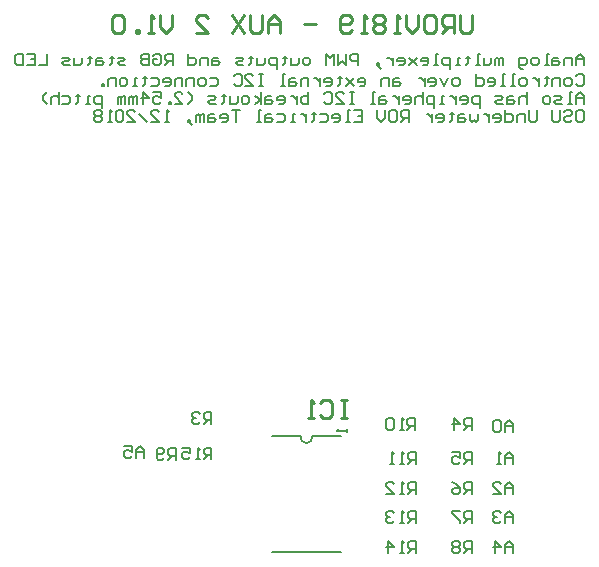
<source format=gbo>
G04 Layer_Color=13813960*
%FSLAX24Y24*%
%MOIN*%
G70*
G01*
G75*
%ADD20C,0.0100*%
%ADD36C,0.0079*%
%ADD37C,0.0059*%
%ADD59C,0.0063*%
D20*
X31773Y33642D02*
X31574D01*
X31674D01*
Y33042D01*
X31773D01*
X31574D01*
X30874Y33542D02*
X30974Y33642D01*
X31174D01*
X31274Y33542D01*
Y33142D01*
X31174Y33042D01*
X30974D01*
X30874Y33142D01*
X30674Y33042D02*
X30474D01*
X30574D01*
Y33642D01*
X30674Y33542D01*
X35925Y46466D02*
Y45966D01*
X35825Y45866D01*
X35625D01*
X35525Y45966D01*
Y46466D01*
X35325Y45866D02*
Y46466D01*
X35025D01*
X34926Y46366D01*
Y46166D01*
X35025Y46066D01*
X35325D01*
X35125D02*
X34926Y45866D01*
X34426Y46466D02*
X34626D01*
X34726Y46366D01*
Y45966D01*
X34626Y45866D01*
X34426D01*
X34326Y45966D01*
Y46366D01*
X34426Y46466D01*
X34126D02*
Y46066D01*
X33926Y45866D01*
X33726Y46066D01*
Y46466D01*
X33526Y45866D02*
X33326D01*
X33426D01*
Y46466D01*
X33526Y46366D01*
X33026D02*
X32926Y46466D01*
X32726D01*
X32626Y46366D01*
Y46266D01*
X32726Y46166D01*
X32626Y46066D01*
Y45966D01*
X32726Y45866D01*
X32926D01*
X33026Y45966D01*
Y46066D01*
X32926Y46166D01*
X33026Y46266D01*
Y46366D01*
X32926Y46166D02*
X32726D01*
X32426Y45866D02*
X32226D01*
X32326D01*
Y46466D01*
X32426Y46366D01*
X31926Y45966D02*
X31827Y45866D01*
X31627D01*
X31527Y45966D01*
Y46366D01*
X31627Y46466D01*
X31827D01*
X31926Y46366D01*
Y46266D01*
X31827Y46166D01*
X31527D01*
X30727D02*
X30327D01*
X29527Y45866D02*
Y46266D01*
X29327Y46466D01*
X29127Y46266D01*
Y45866D01*
Y46166D01*
X29527D01*
X28927Y46466D02*
Y45966D01*
X28827Y45866D01*
X28628D01*
X28528Y45966D01*
Y46466D01*
X28328D02*
X27928Y45866D01*
Y46466D02*
X28328Y45866D01*
X26728D02*
X27128D01*
X26728Y46266D01*
Y46366D01*
X26828Y46466D01*
X27028D01*
X27128Y46366D01*
X25928Y46466D02*
Y46066D01*
X25728Y45866D01*
X25529Y46066D01*
Y46466D01*
X25329Y45866D02*
X25129D01*
X25229D01*
Y46466D01*
X25329Y46366D01*
X24829Y45866D02*
Y45966D01*
X24729D01*
Y45866D01*
X24829D01*
X24329Y46366D02*
X24229Y46466D01*
X24029D01*
X23929Y46366D01*
Y45966D01*
X24029Y45866D01*
X24229D01*
X24329Y45966D01*
Y46366D01*
D36*
X30223Y32424D02*
G03*
X30609Y32412I192J-42D01*
G01*
X29262Y28575D02*
X31565D01*
X29262Y32425D02*
X30227D01*
X30599D02*
X31565D01*
X31763Y32662D02*
Y32557D01*
Y32609D01*
X31449D01*
X31501Y32662D01*
D37*
X27250Y32825D02*
Y33218D01*
X27053D01*
X26988Y33153D01*
Y33022D01*
X27053Y32956D01*
X27250D01*
X27119D02*
X26988Y32825D01*
X26856Y33153D02*
X26791Y33218D01*
X26660D01*
X26594Y33153D01*
Y33087D01*
X26660Y33022D01*
X26725D01*
X26660D01*
X26594Y32956D01*
Y32890D01*
X26660Y32825D01*
X26791D01*
X26856Y32890D01*
X34045Y32630D02*
Y33024D01*
X33848D01*
X33782Y32958D01*
Y32827D01*
X33848Y32761D01*
X34045D01*
X33913D02*
X33782Y32630D01*
X33651D02*
X33520D01*
X33585D01*
Y33024D01*
X33651Y32958D01*
X33323D02*
X33258Y33024D01*
X33126D01*
X33061Y32958D01*
Y32696D01*
X33126Y32630D01*
X33258D01*
X33323Y32696D01*
Y32958D01*
X35920Y32630D02*
Y33024D01*
X35723D01*
X35658Y32958D01*
Y32827D01*
X35723Y32761D01*
X35920D01*
X35789D02*
X35658Y32630D01*
X35330D02*
Y33024D01*
X35527Y32827D01*
X35264D01*
X35925Y31496D02*
Y31890D01*
X35728D01*
X35663Y31824D01*
Y31693D01*
X35728Y31627D01*
X35925D01*
X35794D02*
X35663Y31496D01*
X35269Y31890D02*
X35532D01*
Y31693D01*
X35400Y31758D01*
X35335D01*
X35269Y31693D01*
Y31562D01*
X35335Y31496D01*
X35466D01*
X35532Y31562D01*
X34055Y31496D02*
Y31890D01*
X33858D01*
X33793Y31824D01*
Y31693D01*
X33858Y31627D01*
X34055D01*
X33924D02*
X33793Y31496D01*
X33662D02*
X33530D01*
X33596D01*
Y31890D01*
X33662Y31824D01*
X33334Y31496D02*
X33202D01*
X33268D01*
Y31890D01*
X33334Y31824D01*
X35925Y30512D02*
Y30905D01*
X35728D01*
X35663Y30840D01*
Y30709D01*
X35728Y30643D01*
X35925D01*
X35794D02*
X35663Y30512D01*
X35269Y30905D02*
X35400Y30840D01*
X35532Y30709D01*
Y30577D01*
X35466Y30512D01*
X35335D01*
X35269Y30577D01*
Y30643D01*
X35335Y30709D01*
X35532D01*
X34055Y30512D02*
Y30905D01*
X33858D01*
X33793Y30840D01*
Y30709D01*
X33858Y30643D01*
X34055D01*
X33924D02*
X33793Y30512D01*
X33662D02*
X33530D01*
X33596D01*
Y30905D01*
X33662Y30840D01*
X33071Y30512D02*
X33334D01*
X33071Y30774D01*
Y30840D01*
X33137Y30905D01*
X33268D01*
X33334Y30840D01*
X35925Y29528D02*
Y29921D01*
X35728D01*
X35663Y29856D01*
Y29724D01*
X35728Y29659D01*
X35925D01*
X35794D02*
X35663Y29528D01*
X35532Y29921D02*
X35269D01*
Y29856D01*
X35532Y29593D01*
Y29528D01*
X34055D02*
Y29921D01*
X33858D01*
X33793Y29856D01*
Y29724D01*
X33858Y29659D01*
X34055D01*
X33924D02*
X33793Y29528D01*
X33662D02*
X33530D01*
X33596D01*
Y29921D01*
X33662Y29856D01*
X33334D02*
X33268Y29921D01*
X33137D01*
X33071Y29856D01*
Y29790D01*
X33137Y29724D01*
X33202D01*
X33137D01*
X33071Y29659D01*
Y29593D01*
X33137Y29528D01*
X33268D01*
X33334Y29593D01*
X35925Y28543D02*
Y28937D01*
X35728D01*
X35663Y28871D01*
Y28740D01*
X35728Y28674D01*
X35925D01*
X35794D02*
X35663Y28543D01*
X35532Y28871D02*
X35466Y28937D01*
X35335D01*
X35269Y28871D01*
Y28806D01*
X35335Y28740D01*
X35269Y28674D01*
Y28609D01*
X35335Y28543D01*
X35466D01*
X35532Y28609D01*
Y28674D01*
X35466Y28740D01*
X35532Y28806D01*
Y28871D01*
X35466Y28740D02*
X35335D01*
X34055Y28543D02*
Y28937D01*
X33858D01*
X33793Y28871D01*
Y28740D01*
X33858Y28674D01*
X34055D01*
X33924D02*
X33793Y28543D01*
X33662D02*
X33530D01*
X33596D01*
Y28937D01*
X33662Y28871D01*
X33137Y28543D02*
Y28937D01*
X33334Y28740D01*
X33071D01*
X27250Y31650D02*
Y32044D01*
X27053D01*
X26988Y31978D01*
Y31847D01*
X27053Y31781D01*
X27250D01*
X27119D02*
X26988Y31650D01*
X26856D02*
X26725D01*
X26791D01*
Y32044D01*
X26856Y31978D01*
X26266Y32044D02*
X26528D01*
Y31847D01*
X26397Y31912D01*
X26332D01*
X26266Y31847D01*
Y31716D01*
X26332Y31650D01*
X26463D01*
X26528Y31716D01*
X26075Y31644D02*
Y32037D01*
X25878D01*
X25812Y31972D01*
Y31840D01*
X25878Y31775D01*
X26075D01*
X25944D02*
X25812Y31644D01*
X25681Y31709D02*
X25616Y31644D01*
X25484D01*
X25419Y31709D01*
Y31972D01*
X25484Y32037D01*
X25616D01*
X25681Y31972D01*
Y31906D01*
X25616Y31840D01*
X25419D01*
X37303Y32579D02*
Y32841D01*
X37172Y32972D01*
X37041Y32841D01*
Y32579D01*
Y32776D01*
X37303D01*
X36910Y32907D02*
X36844Y32972D01*
X36713D01*
X36647Y32907D01*
Y32644D01*
X36713Y32579D01*
X36844D01*
X36910Y32644D01*
Y32907D01*
X37303Y31496D02*
Y31758D01*
X37172Y31890D01*
X37041Y31758D01*
Y31496D01*
Y31693D01*
X37303D01*
X36910Y31496D02*
X36778D01*
X36844D01*
Y31890D01*
X36910Y31824D01*
X37303Y30512D02*
Y30774D01*
X37172Y30905D01*
X37041Y30774D01*
Y30512D01*
Y30709D01*
X37303D01*
X36647Y30512D02*
X36910D01*
X36647Y30774D01*
Y30840D01*
X36713Y30905D01*
X36844D01*
X36910Y30840D01*
X37303Y29528D02*
Y29790D01*
X37172Y29921D01*
X37041Y29790D01*
Y29528D01*
Y29724D01*
X37303D01*
X36910Y29856D02*
X36844Y29921D01*
X36713D01*
X36647Y29856D01*
Y29790D01*
X36713Y29724D01*
X36778D01*
X36713D01*
X36647Y29659D01*
Y29593D01*
X36713Y29528D01*
X36844D01*
X36910Y29593D01*
X37303Y28543D02*
Y28806D01*
X37172Y28937D01*
X37041Y28806D01*
Y28543D01*
Y28740D01*
X37303D01*
X36713Y28543D02*
Y28937D01*
X36910Y28740D01*
X36647D01*
X25000Y31693D02*
Y31955D01*
X24869Y32086D01*
X24738Y31955D01*
Y31693D01*
Y31890D01*
X25000D01*
X24344Y32086D02*
X24606D01*
Y31890D01*
X24475Y31955D01*
X24410D01*
X24344Y31890D01*
Y31759D01*
X24410Y31693D01*
X24541D01*
X24606Y31759D01*
D59*
X39665Y44783D02*
Y45046D01*
X39534Y45177D01*
X39403Y45046D01*
Y44783D01*
Y44980D01*
X39665D01*
X39272Y44783D02*
Y45046D01*
X39075D01*
X39009Y44980D01*
Y44783D01*
X38813Y45046D02*
X38681D01*
X38616Y44980D01*
Y44783D01*
X38813D01*
X38878Y44849D01*
X38813Y44915D01*
X38616D01*
X38485Y44783D02*
X38353D01*
X38419D01*
Y45177D01*
X38485D01*
X38091Y44783D02*
X37960D01*
X37894Y44849D01*
Y44980D01*
X37960Y45046D01*
X38091D01*
X38157Y44980D01*
Y44849D01*
X38091Y44783D01*
X37632Y44652D02*
X37566D01*
X37501Y44718D01*
Y45046D01*
X37697D01*
X37763Y44980D01*
Y44849D01*
X37697Y44783D01*
X37501D01*
X36976D02*
Y45046D01*
X36910D01*
X36845Y44980D01*
Y44783D01*
Y44980D01*
X36779Y45046D01*
X36714Y44980D01*
Y44783D01*
X36582Y45046D02*
Y44849D01*
X36517Y44783D01*
X36320D01*
Y45046D01*
X36189Y44783D02*
X36058D01*
X36123D01*
Y45177D01*
X36189D01*
X35795Y45111D02*
Y45046D01*
X35861D01*
X35730D01*
X35795D01*
Y44849D01*
X35730Y44783D01*
X35533D02*
X35402D01*
X35467D01*
Y45046D01*
X35533D01*
X35205Y44652D02*
Y45046D01*
X35008D01*
X34942Y44980D01*
Y44849D01*
X35008Y44783D01*
X35205D01*
X34811D02*
X34680D01*
X34746D01*
Y45177D01*
X34811D01*
X34287Y44783D02*
X34418D01*
X34483Y44849D01*
Y44980D01*
X34418Y45046D01*
X34287D01*
X34221Y44980D01*
Y44915D01*
X34483D01*
X34090Y45046D02*
X33827Y44783D01*
X33959Y44915D01*
X33827Y45046D01*
X34090Y44783D01*
X33499D02*
X33631D01*
X33696Y44849D01*
Y44980D01*
X33631Y45046D01*
X33499D01*
X33434Y44980D01*
Y44915D01*
X33696D01*
X33303Y45046D02*
Y44783D01*
Y44915D01*
X33237Y44980D01*
X33171Y45046D01*
X33106D01*
X32843Y44718D02*
X32778Y44783D01*
Y44849D01*
X32843D01*
Y44783D01*
X32778D01*
X32843Y44718D01*
X32909Y44652D01*
X32122Y44783D02*
Y45177D01*
X31925D01*
X31859Y45111D01*
Y44980D01*
X31925Y44915D01*
X32122D01*
X31728Y45177D02*
Y44783D01*
X31597Y44915D01*
X31466Y44783D01*
Y45177D01*
X31335Y44783D02*
Y45177D01*
X31204Y45046D01*
X31072Y45177D01*
Y44783D01*
X30482D02*
X30351D01*
X30285Y44849D01*
Y44980D01*
X30351Y45046D01*
X30482D01*
X30548Y44980D01*
Y44849D01*
X30482Y44783D01*
X30154Y45046D02*
Y44849D01*
X30088Y44783D01*
X29892D01*
Y45046D01*
X29695Y45111D02*
Y45046D01*
X29760D01*
X29629D01*
X29695D01*
Y44849D01*
X29629Y44783D01*
X29432Y44652D02*
Y45046D01*
X29236D01*
X29170Y44980D01*
Y44849D01*
X29236Y44783D01*
X29432D01*
X29039Y45046D02*
Y44849D01*
X28973Y44783D01*
X28776D01*
Y45046D01*
X28580Y45111D02*
Y45046D01*
X28645D01*
X28514D01*
X28580D01*
Y44849D01*
X28514Y44783D01*
X28317D02*
X28121D01*
X28055Y44849D01*
X28121Y44915D01*
X28252D01*
X28317Y44980D01*
X28252Y45046D01*
X28055D01*
X27465D02*
X27333D01*
X27268Y44980D01*
Y44783D01*
X27465D01*
X27530Y44849D01*
X27465Y44915D01*
X27268D01*
X27137Y44783D02*
Y45046D01*
X26940D01*
X26874Y44980D01*
Y44783D01*
X26481Y45177D02*
Y44783D01*
X26677D01*
X26743Y44849D01*
Y44980D01*
X26677Y45046D01*
X26481D01*
X25956Y44783D02*
Y45177D01*
X25759D01*
X25693Y45111D01*
Y44980D01*
X25759Y44915D01*
X25956D01*
X25825D02*
X25693Y44783D01*
X25300Y45111D02*
X25366Y45177D01*
X25497D01*
X25562Y45111D01*
Y44849D01*
X25497Y44783D01*
X25366D01*
X25300Y44849D01*
Y44980D01*
X25431D01*
X25169Y45177D02*
Y44783D01*
X24972D01*
X24906Y44849D01*
Y44915D01*
X24972Y44980D01*
X25169D01*
X24972D01*
X24906Y45046D01*
Y45111D01*
X24972Y45177D01*
X25169D01*
X24382Y44783D02*
X24185D01*
X24119Y44849D01*
X24185Y44915D01*
X24316D01*
X24382Y44980D01*
X24316Y45046D01*
X24119D01*
X23922Y45111D02*
Y45046D01*
X23988D01*
X23857D01*
X23922D01*
Y44849D01*
X23857Y44783D01*
X23594Y45046D02*
X23463D01*
X23398Y44980D01*
Y44783D01*
X23594D01*
X23660Y44849D01*
X23594Y44915D01*
X23398D01*
X23201Y45111D02*
Y45046D01*
X23266D01*
X23135D01*
X23201D01*
Y44849D01*
X23135Y44783D01*
X22938Y45046D02*
Y44849D01*
X22873Y44783D01*
X22676D01*
Y45046D01*
X22545Y44783D02*
X22348D01*
X22283Y44849D01*
X22348Y44915D01*
X22479D01*
X22545Y44980D01*
X22479Y45046D01*
X22283D01*
X21758Y45177D02*
Y44783D01*
X21495D01*
X21102Y45177D02*
X21364D01*
Y44783D01*
X21102D01*
X21364Y44980D02*
X21233D01*
X20971Y45177D02*
Y44783D01*
X20774D01*
X20708Y44849D01*
Y45111D01*
X20774Y45177D01*
X20971D01*
X39403Y44422D02*
X39469Y44488D01*
X39600D01*
X39665Y44422D01*
Y44160D01*
X39600Y44094D01*
X39469D01*
X39403Y44160D01*
X39206Y44094D02*
X39075D01*
X39009Y44160D01*
Y44291D01*
X39075Y44357D01*
X39206D01*
X39272Y44291D01*
Y44160D01*
X39206Y44094D01*
X38878D02*
Y44357D01*
X38681D01*
X38616Y44291D01*
Y44094D01*
X38419Y44422D02*
Y44357D01*
X38485D01*
X38353D01*
X38419D01*
Y44160D01*
X38353Y44094D01*
X38157Y44357D02*
Y44094D01*
Y44226D01*
X38091Y44291D01*
X38025Y44357D01*
X37960D01*
X37697Y44094D02*
X37566D01*
X37501Y44160D01*
Y44291D01*
X37566Y44357D01*
X37697D01*
X37763Y44291D01*
Y44160D01*
X37697Y44094D01*
X37370D02*
X37238D01*
X37304D01*
Y44488D01*
X37370D01*
X37042Y44094D02*
X36910D01*
X36976D01*
Y44488D01*
X37042D01*
X36517Y44094D02*
X36648D01*
X36714Y44160D01*
Y44291D01*
X36648Y44357D01*
X36517D01*
X36451Y44291D01*
Y44226D01*
X36714D01*
X36058Y44488D02*
Y44094D01*
X36254D01*
X36320Y44160D01*
Y44291D01*
X36254Y44357D01*
X36058D01*
X35467Y44094D02*
X35336D01*
X35270Y44160D01*
Y44291D01*
X35336Y44357D01*
X35467D01*
X35533Y44291D01*
Y44160D01*
X35467Y44094D01*
X35139Y44357D02*
X35008Y44094D01*
X34877Y44357D01*
X34549Y44094D02*
X34680D01*
X34746Y44160D01*
Y44291D01*
X34680Y44357D01*
X34549D01*
X34483Y44291D01*
Y44226D01*
X34746D01*
X34352Y44357D02*
Y44094D01*
Y44226D01*
X34287Y44291D01*
X34221Y44357D01*
X34155D01*
X33499D02*
X33368D01*
X33303Y44291D01*
Y44094D01*
X33499D01*
X33565Y44160D01*
X33499Y44226D01*
X33303D01*
X33171Y44094D02*
Y44357D01*
X32975D01*
X32909Y44291D01*
Y44094D01*
X32187D02*
X32319D01*
X32384Y44160D01*
Y44291D01*
X32319Y44357D01*
X32187D01*
X32122Y44291D01*
Y44226D01*
X32384D01*
X31991Y44357D02*
X31728Y44094D01*
X31859Y44226D01*
X31728Y44357D01*
X31991Y44094D01*
X31531Y44422D02*
Y44357D01*
X31597D01*
X31466D01*
X31531D01*
Y44160D01*
X31466Y44094D01*
X31072D02*
X31204D01*
X31269Y44160D01*
Y44291D01*
X31204Y44357D01*
X31072D01*
X31007Y44291D01*
Y44226D01*
X31269D01*
X30876Y44357D02*
Y44094D01*
Y44226D01*
X30810Y44291D01*
X30744Y44357D01*
X30679D01*
X30482Y44094D02*
Y44357D01*
X30285D01*
X30220Y44291D01*
Y44094D01*
X30023Y44357D02*
X29892D01*
X29826Y44291D01*
Y44094D01*
X30023D01*
X30088Y44160D01*
X30023Y44226D01*
X29826D01*
X29695Y44094D02*
X29564D01*
X29629D01*
Y44488D01*
X29695D01*
X28973D02*
X28842D01*
X28908D01*
Y44094D01*
X28973D01*
X28842D01*
X28383D02*
X28645D01*
X28383Y44357D01*
Y44422D01*
X28449Y44488D01*
X28580D01*
X28645Y44422D01*
X27989D02*
X28055Y44488D01*
X28186D01*
X28252Y44422D01*
Y44160D01*
X28186Y44094D01*
X28055D01*
X27989Y44160D01*
X27202Y44357D02*
X27399D01*
X27465Y44291D01*
Y44160D01*
X27399Y44094D01*
X27202D01*
X27005D02*
X26874D01*
X26809Y44160D01*
Y44291D01*
X26874Y44357D01*
X27005D01*
X27071Y44291D01*
Y44160D01*
X27005Y44094D01*
X26677D02*
Y44357D01*
X26481D01*
X26415Y44291D01*
Y44094D01*
X26284D02*
Y44357D01*
X26087D01*
X26021Y44291D01*
Y44094D01*
X25693D02*
X25825D01*
X25890Y44160D01*
Y44291D01*
X25825Y44357D01*
X25693D01*
X25628Y44291D01*
Y44226D01*
X25890D01*
X25234Y44357D02*
X25431D01*
X25497Y44291D01*
Y44160D01*
X25431Y44094D01*
X25234D01*
X25038Y44422D02*
Y44357D01*
X25103D01*
X24972D01*
X25038D01*
Y44160D01*
X24972Y44094D01*
X24775D02*
X24644D01*
X24710D01*
Y44357D01*
X24775D01*
X24382Y44094D02*
X24250D01*
X24185Y44160D01*
Y44291D01*
X24250Y44357D01*
X24382D01*
X24447Y44291D01*
Y44160D01*
X24382Y44094D01*
X24054D02*
Y44357D01*
X23857D01*
X23791Y44291D01*
Y44094D01*
X23660D02*
Y44160D01*
X23594D01*
Y44094D01*
X23660D01*
X39665Y43504D02*
Y43766D01*
X39534Y43898D01*
X39403Y43766D01*
Y43504D01*
Y43701D01*
X39665D01*
X39272Y43504D02*
X39141D01*
X39206D01*
Y43898D01*
X39272D01*
X38944Y43504D02*
X38747D01*
X38681Y43570D01*
X38747Y43635D01*
X38878D01*
X38944Y43701D01*
X38878Y43766D01*
X38681D01*
X38485Y43504D02*
X38353D01*
X38288Y43570D01*
Y43701D01*
X38353Y43766D01*
X38485D01*
X38550Y43701D01*
Y43570D01*
X38485Y43504D01*
X37763Y43898D02*
Y43504D01*
Y43701D01*
X37697Y43766D01*
X37566D01*
X37501Y43701D01*
Y43504D01*
X37304Y43766D02*
X37173D01*
X37107Y43701D01*
Y43504D01*
X37304D01*
X37370Y43570D01*
X37304Y43635D01*
X37107D01*
X36976Y43504D02*
X36779D01*
X36714Y43570D01*
X36779Y43635D01*
X36910D01*
X36976Y43701D01*
X36910Y43766D01*
X36714D01*
X36189Y43373D02*
Y43766D01*
X35992D01*
X35926Y43701D01*
Y43570D01*
X35992Y43504D01*
X36189D01*
X35598D02*
X35730D01*
X35795Y43570D01*
Y43701D01*
X35730Y43766D01*
X35598D01*
X35533Y43701D01*
Y43635D01*
X35795D01*
X35402Y43766D02*
Y43504D01*
Y43635D01*
X35336Y43701D01*
X35270Y43766D01*
X35205D01*
X35008Y43504D02*
X34877D01*
X34942D01*
Y43766D01*
X35008D01*
X34680Y43373D02*
Y43766D01*
X34483D01*
X34418Y43701D01*
Y43570D01*
X34483Y43504D01*
X34680D01*
X34287Y43898D02*
Y43504D01*
Y43701D01*
X34221Y43766D01*
X34090D01*
X34024Y43701D01*
Y43504D01*
X33696D02*
X33827D01*
X33893Y43570D01*
Y43701D01*
X33827Y43766D01*
X33696D01*
X33631Y43701D01*
Y43635D01*
X33893D01*
X33499Y43766D02*
Y43504D01*
Y43635D01*
X33434Y43701D01*
X33368Y43766D01*
X33303D01*
X33040D02*
X32909D01*
X32843Y43701D01*
Y43504D01*
X33040D01*
X33106Y43570D01*
X33040Y43635D01*
X32843D01*
X32712Y43504D02*
X32581D01*
X32647D01*
Y43898D01*
X32712D01*
X31991D02*
X31859D01*
X31925D01*
Y43504D01*
X31991D01*
X31859D01*
X31400D02*
X31663D01*
X31400Y43766D01*
Y43832D01*
X31466Y43898D01*
X31597D01*
X31663Y43832D01*
X31007D02*
X31072Y43898D01*
X31204D01*
X31269Y43832D01*
Y43570D01*
X31204Y43504D01*
X31072D01*
X31007Y43570D01*
X30482Y43898D02*
Y43504D01*
X30285D01*
X30220Y43570D01*
Y43635D01*
Y43701D01*
X30285Y43766D01*
X30482D01*
X30088D02*
Y43504D01*
Y43635D01*
X30023Y43701D01*
X29957Y43766D01*
X29892D01*
X29498Y43504D02*
X29629D01*
X29695Y43570D01*
Y43701D01*
X29629Y43766D01*
X29498D01*
X29432Y43701D01*
Y43635D01*
X29695D01*
X29236Y43766D02*
X29104D01*
X29039Y43701D01*
Y43504D01*
X29236D01*
X29301Y43570D01*
X29236Y43635D01*
X29039D01*
X28908Y43504D02*
Y43898D01*
Y43635D02*
X28711Y43766D01*
X28908Y43635D02*
X28711Y43504D01*
X28449D02*
X28317D01*
X28252Y43570D01*
Y43701D01*
X28317Y43766D01*
X28449D01*
X28514Y43701D01*
Y43570D01*
X28449Y43504D01*
X28121Y43766D02*
Y43570D01*
X28055Y43504D01*
X27858D01*
Y43766D01*
X27661Y43832D02*
Y43766D01*
X27727D01*
X27596D01*
X27661D01*
Y43570D01*
X27596Y43504D01*
X27399D02*
X27202D01*
X27137Y43570D01*
X27202Y43635D01*
X27333D01*
X27399Y43701D01*
X27333Y43766D01*
X27137D01*
X26481Y43504D02*
X26612Y43635D01*
Y43766D01*
X26481Y43898D01*
X26021Y43504D02*
X26284D01*
X26021Y43766D01*
Y43832D01*
X26087Y43898D01*
X26218D01*
X26284Y43832D01*
X25890Y43504D02*
Y43570D01*
X25825D01*
Y43504D01*
X25890D01*
X25300Y43898D02*
X25562D01*
Y43701D01*
X25431Y43766D01*
X25366D01*
X25300Y43701D01*
Y43570D01*
X25366Y43504D01*
X25497D01*
X25562Y43570D01*
X24972Y43504D02*
Y43898D01*
X25169Y43701D01*
X24906D01*
X24775Y43504D02*
Y43766D01*
X24710D01*
X24644Y43701D01*
Y43504D01*
Y43701D01*
X24578Y43766D01*
X24513Y43701D01*
Y43504D01*
X24382D02*
Y43766D01*
X24316D01*
X24250Y43701D01*
Y43504D01*
Y43701D01*
X24185Y43766D01*
X24119Y43701D01*
Y43504D01*
X23594Y43373D02*
Y43766D01*
X23398D01*
X23332Y43701D01*
Y43570D01*
X23398Y43504D01*
X23594D01*
X23201D02*
X23070D01*
X23135D01*
Y43766D01*
X23201D01*
X22807Y43832D02*
Y43766D01*
X22873D01*
X22742D01*
X22807D01*
Y43570D01*
X22742Y43504D01*
X22283Y43766D02*
X22479D01*
X22545Y43701D01*
Y43570D01*
X22479Y43504D01*
X22283D01*
X22151Y43898D02*
Y43504D01*
Y43701D01*
X22086Y43766D01*
X21955D01*
X21889Y43701D01*
Y43504D01*
X21758D02*
X21627Y43635D01*
Y43766D01*
X21758Y43898D01*
X39469Y43307D02*
X39600D01*
X39665Y43241D01*
Y42979D01*
X39600Y42913D01*
X39469D01*
X39403Y42979D01*
Y43241D01*
X39469Y43307D01*
X39009Y43241D02*
X39075Y43307D01*
X39206D01*
X39272Y43241D01*
Y43176D01*
X39206Y43110D01*
X39075D01*
X39009Y43045D01*
Y42979D01*
X39075Y42913D01*
X39206D01*
X39272Y42979D01*
X38878Y43307D02*
Y42979D01*
X38813Y42913D01*
X38681D01*
X38616Y42979D01*
Y43307D01*
X38091D02*
Y42979D01*
X38025Y42913D01*
X37894D01*
X37829Y42979D01*
Y43307D01*
X37697Y42913D02*
Y43176D01*
X37501D01*
X37435Y43110D01*
Y42913D01*
X37042Y43307D02*
Y42913D01*
X37238D01*
X37304Y42979D01*
Y43110D01*
X37238Y43176D01*
X37042D01*
X36714Y42913D02*
X36845D01*
X36910Y42979D01*
Y43110D01*
X36845Y43176D01*
X36714D01*
X36648Y43110D01*
Y43045D01*
X36910D01*
X36517Y43176D02*
Y42913D01*
Y43045D01*
X36451Y43110D01*
X36386Y43176D01*
X36320D01*
X36123D02*
Y42979D01*
X36058Y42913D01*
X35992Y42979D01*
X35926Y42913D01*
X35861Y42979D01*
Y43176D01*
X35664D02*
X35533D01*
X35467Y43110D01*
Y42913D01*
X35664D01*
X35730Y42979D01*
X35664Y43045D01*
X35467D01*
X35270Y43241D02*
Y43176D01*
X35336D01*
X35205D01*
X35270D01*
Y42979D01*
X35205Y42913D01*
X34811D02*
X34942D01*
X35008Y42979D01*
Y43110D01*
X34942Y43176D01*
X34811D01*
X34746Y43110D01*
Y43045D01*
X35008D01*
X34614Y43176D02*
Y42913D01*
Y43045D01*
X34549Y43110D01*
X34483Y43176D01*
X34418D01*
X33827Y42913D02*
Y43307D01*
X33631D01*
X33565Y43241D01*
Y43110D01*
X33631Y43045D01*
X33827D01*
X33696D02*
X33565Y42913D01*
X33237Y43307D02*
X33368D01*
X33434Y43241D01*
Y42979D01*
X33368Y42913D01*
X33237D01*
X33171Y42979D01*
Y43241D01*
X33237Y43307D01*
X33040D02*
Y43045D01*
X32909Y42913D01*
X32778Y43045D01*
Y43307D01*
X31991D02*
X32253D01*
Y42913D01*
X31991D01*
X32253Y43110D02*
X32122D01*
X31859Y42913D02*
X31728D01*
X31794D01*
Y43307D01*
X31859D01*
X31335Y42913D02*
X31466D01*
X31531Y42979D01*
Y43110D01*
X31466Y43176D01*
X31335D01*
X31269Y43110D01*
Y43045D01*
X31531D01*
X30876Y43176D02*
X31072D01*
X31138Y43110D01*
Y42979D01*
X31072Y42913D01*
X30876D01*
X30679Y43241D02*
Y43176D01*
X30744D01*
X30613D01*
X30679D01*
Y42979D01*
X30613Y42913D01*
X30416Y43176D02*
Y42913D01*
Y43045D01*
X30351Y43110D01*
X30285Y43176D01*
X30220D01*
X30023Y42913D02*
X29892D01*
X29957D01*
Y43176D01*
X30023D01*
X29432D02*
X29629D01*
X29695Y43110D01*
Y42979D01*
X29629Y42913D01*
X29432D01*
X29236Y43176D02*
X29104D01*
X29039Y43110D01*
Y42913D01*
X29236D01*
X29301Y42979D01*
X29236Y43045D01*
X29039D01*
X28908Y42913D02*
X28776D01*
X28842D01*
Y43307D01*
X28908D01*
X28186D02*
X27924D01*
X28055D01*
Y42913D01*
X27596D02*
X27727D01*
X27793Y42979D01*
Y43110D01*
X27727Y43176D01*
X27596D01*
X27530Y43110D01*
Y43045D01*
X27793D01*
X27333Y43176D02*
X27202D01*
X27137Y43110D01*
Y42913D01*
X27333D01*
X27399Y42979D01*
X27333Y43045D01*
X27137D01*
X27005Y42913D02*
Y43176D01*
X26940D01*
X26874Y43110D01*
Y42913D01*
Y43110D01*
X26809Y43176D01*
X26743Y43110D01*
Y42913D01*
X26546Y42848D02*
X26481Y42913D01*
Y42979D01*
X26546D01*
Y42913D01*
X26481D01*
X26546Y42848D01*
X26612Y42782D01*
X25825Y42913D02*
X25693D01*
X25759D01*
Y43307D01*
X25825Y43241D01*
X25234Y42913D02*
X25497D01*
X25234Y43176D01*
Y43241D01*
X25300Y43307D01*
X25431D01*
X25497Y43241D01*
X25103Y42913D02*
X24841Y43176D01*
X24447Y42913D02*
X24710D01*
X24447Y43176D01*
Y43241D01*
X24513Y43307D01*
X24644D01*
X24710Y43241D01*
X24316D02*
X24250Y43307D01*
X24119D01*
X24054Y43241D01*
Y42979D01*
X24119Y42913D01*
X24250D01*
X24316Y42979D01*
Y43241D01*
X23922Y42913D02*
X23791D01*
X23857D01*
Y43307D01*
X23922Y43241D01*
X23594D02*
X23529Y43307D01*
X23398D01*
X23332Y43241D01*
Y43176D01*
X23398Y43110D01*
X23332Y43045D01*
Y42979D01*
X23398Y42913D01*
X23529D01*
X23594Y42979D01*
Y43045D01*
X23529Y43110D01*
X23594Y43176D01*
Y43241D01*
X23529Y43110D02*
X23398D01*
M02*

</source>
